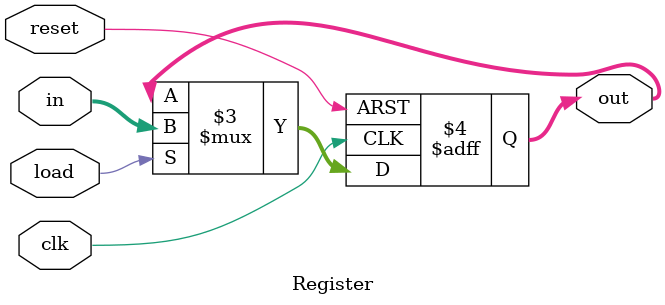
<source format=sv>


module Register(in, out, load, clk, reset);
	parameter k = 16;

	input logic [k-1:0] in;
	input logic load;
	input logic clk;
	input logic reset;

	output logic [k-1:0] out;

	always_ff @(posedge clk, negedge reset) begin
		if (reset == 1'b0) begin
			out <= 0;
		end else begin
			out <= load ? in : out;
		end
	end

endmodule
</source>
